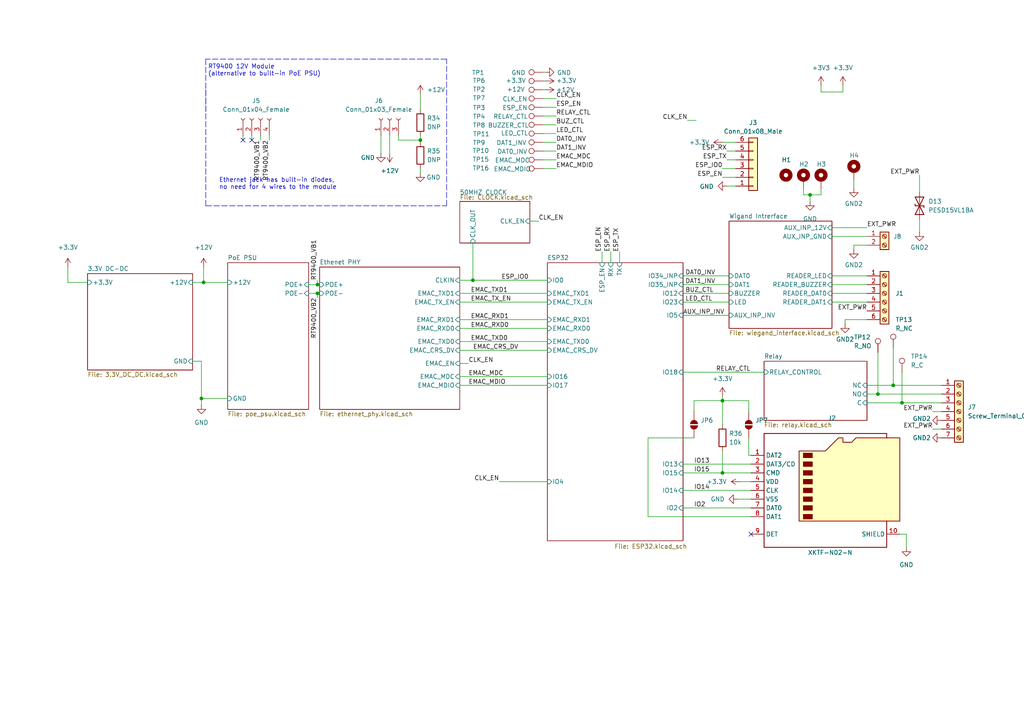
<source format=kicad_sch>
(kicad_sch (version 20250114) (generator "eeschema") (generator_version "9.0")
  (paper "A4")
  (lib_symbols
    (symbol "+12V_1" (power) (pin_names (offset 0))
      (property "Value" "+12V_1" (at 0 3.556 0))
      (symbol "+12V_1_0_1"
        (polyline (pts (xy -0.762 1.27) (xy 0 2.54)))
        (polyline (pts (xy 0 2.54) (xy 0.762 1.27)))
        (polyline (pts (xy 0 0) (xy 0 2.54)))
      )
      (symbol "+12V_1_1_1"
        (pin power_in line (at 0 0 90) (length 0) (hide yes) (name "+12V") (number "1"))
      )
    )
    (symbol "+3.3V_1" (power) (pin_names (offset 0))
      (property "Value" "+3.3V_1" (at 0 3.556 0))
      (symbol "+3.3V_1_0_1"
        (polyline (pts (xy -0.762 1.27) (xy 0 2.54)))
        (polyline (pts (xy 0 2.54) (xy 0.762 1.27)))
        (polyline (pts (xy 0 0) (xy 0 2.54)))
      )
      (symbol "+3.3V_1_1_1"
        (pin power_in line (at 0 0 90) (length 0) (hide yes) (name "+3.3V") (number "1"))
      )
    )
    (symbol "Connector:Conn_01x03_Female" (pin_names (offset 1.016) (hide yes))
      (property "Reference" "J" (at 0 5.08 0))
      (property "Value" "Conn_01x03_Female" (at 0 -5.08 0))
      (symbol "Conn_01x03_Female_1_1"
        (polyline (pts (xy -1.27 2.54) (xy -0.508 2.54)) (stroke (width 0.1524)))
        (polyline (pts (xy -1.27 0) (xy -0.508 0)) (stroke (width 0.1524)))
        (polyline (pts (xy -1.27 -2.54) (xy -0.508 -2.54)) (stroke (width 0.1524)))
        (arc (start 0 2.032) (mid -0.5058 2.54) (end 0 3.048) (stroke (width 0.1524)))
        (arc (start 0 -0.508) (mid -0.5058 0) (end 0 0.508) (stroke (width 0.1524)))
        (arc (start 0 -3.048) (mid -0.5058 -2.54) (end 0 -2.032) (stroke (width 0.1524)))
        (pin passive line (at -5.08 2.54 0) (length 3.81) (name "Pin_1") (number "1"))
        (pin passive line (at -5.08 0 0) (length 3.81) (name "Pin_2") (number "2"))
        (pin passive line (at -5.08 -2.54 0) (length 3.81) (name "Pin_3") (number "3"))
      )
    )
    (symbol "Connector:Conn_01x04_Female" (pin_names (offset 1.016) (hide yes))
      (property "Reference" "J" (at 0 5.08 0))
      (property "Value" "Conn_01x04_Female" (at 0 -7.62 0))
      (symbol "Conn_01x04_Female_1_1"
        (polyline (pts (xy -1.27 2.54) (xy -0.508 2.54)) (stroke (width 0.1524)))
        (polyline (pts (xy -1.27 0) (xy -0.508 0)) (stroke (width 0.1524)))
        (polyline (pts (xy -1.27 -2.54) (xy -0.508 -2.54)) (stroke (width 0.1524)))
        (polyline (pts (xy -1.27 -5.08) (xy -0.508 -5.08)) (stroke (width 0.1524)))
        (arc (start 0 2.032) (mid -0.5058 2.54) (end 0 3.048) (stroke (width 0.1524)))
        (arc (start 0 -0.508) (mid -0.5058 0) (end 0 0.508) (stroke (width 0.1524)))
        (arc (start 0 -3.048) (mid -0.5058 -2.54) (end 0 -2.032) (stroke (width 0.1524)))
        (arc (start 0 -5.588) (mid -0.5058 -5.08) (end 0 -4.572) (stroke (width 0.1524)))
        (pin passive line (at -5.08 2.54 0) (length 3.81) (name "Pin_1") (number "1"))
        (pin passive line (at -5.08 0 0) (length 3.81) (name "Pin_2") (number "2"))
        (pin passive line (at -5.08 -2.54 0) (length 3.81) (name "Pin_3") (number "3"))
        (pin passive line (at -5.08 -5.08 0) (length 3.81) (name "Pin_4") (number "4"))
      )
    )
    (symbol "Connector:Micro_SD_Card_Det1"
      (property "Reference" "J" (at -16.51 17.78 0))
      (property "Value" "Micro_SD_Card_Det1" (at 16.51 17.78 0))
      (symbol "Micro_SD_Card_Det1_0_1"
        (polyline (pts (xy -8.89 -8.89) (xy -8.89 11.43) (xy -1.27 11.43) (xy 2.54 15.24) (xy 3.81 15.24) (xy 3.81 13.97) (xy 6.35 13.97) (xy 7.62 15.24) (xy 20.32 15.24) (xy 20.32 -8.89) (xy -8.89 -8.89)) (stroke (width 0.254)) (fill (type background)))
        (rectangle (start -7.62 10.795) (end -5.08 9.525) (stroke (width 0.254)) (fill (type outline)))
        (rectangle (start -7.62 8.255) (end -5.08 6.985) (stroke (width 0.254)) (fill (type outline)))
        (rectangle (start -7.62 5.715) (end -5.08 4.445) (stroke (width 0.254)) (fill (type outline)))
        (rectangle (start -7.62 3.175) (end -5.08 1.905) (stroke (width 0.254)) (fill (type outline)))
        (rectangle (start -7.62 0.635) (end -5.08 -0.635) (stroke (width 0.254)) (fill (type outline)))
        (rectangle (start -7.62 -1.905) (end -5.08 -3.175) (stroke (width 0.254)) (fill (type outline)))
        (rectangle (start -7.62 -4.445) (end -5.08 -5.715) (stroke (width 0.254)) (fill (type outline)))
        (rectangle (start -7.62 -6.985) (end -5.08 -8.255) (stroke (width 0.254)) (fill (type outline)))
        (polyline (pts (xy 16.51 15.24) (xy 16.51 16.51) (xy -19.05 16.51) (xy -19.05 -16.51) (xy 16.51 -16.51) (xy 16.51 -8.89)) (stroke (width 0.254)))
      )
      (symbol "Micro_SD_Card_Det1_1_1"
        (pin bidirectional line (at -22.86 10.16 0) (length 3.81) (name "DAT2") (number "1"))
        (pin bidirectional line (at -22.86 7.62 0) (length 3.81) (name "DAT3/CD") (number "2"))
        (pin input line (at -22.86 5.08 0) (length 3.81) (name "CMD") (number "3"))
        (pin power_in line (at -22.86 2.54 0) (length 3.81) (name "VDD") (number "4"))
        (pin input line (at -22.86 0 0) (length 3.81) (name "CLK") (number "5"))
        (pin power_in line (at -22.86 -2.54 0) (length 3.81) (name "VSS") (number "6"))
        (pin bidirectional line (at -22.86 -5.08 0) (length 3.81) (name "DAT0") (number "7"))
        (pin bidirectional line (at -22.86 -7.62 0) (length 3.81) (name "DAT1") (number "8"))
        (pin passive line (at -22.86 -12.7 0) (length 3.81) (name "DET") (number "9"))
        (pin passive line (at 20.32 -12.7 180) (length 3.81) (name "SHIELD") (number "10"))
      )
    )
    (symbol "Connector:Screw_Terminal_01x02" (pin_names (offset 1.016) (hide yes))
      (property "Reference" "J" (at 0 2.54 0))
      (property "Value" "Screw_Terminal_01x02" (at 0 -5.08 0))
      (symbol "Screw_Terminal_01x02_1_1"
        (rectangle (start -1.27 1.27) (end 1.27 -3.81) (stroke (width 0.254)) (fill (type background)))
        (polyline (pts (xy -0.5334 0.3302) (xy 0.3302 -0.508)) (stroke (width 0.1524)))
        (polyline (pts (xy -0.5334 -2.2098) (xy 0.3302 -3.048)) (stroke (width 0.1524)))
        (polyline (pts (xy -0.3556 0.508) (xy 0.508 -0.3302)) (stroke (width 0.1524)))
        (polyline (pts (xy -0.3556 -2.032) (xy 0.508 -2.8702)) (stroke (width 0.1524)))
        (circle (center 0 0) (radius 0.635) (stroke (width 0.1524)))
        (circle (center 0 -2.54) (radius 0.635) (stroke (width 0.1524)))
        (pin passive line (at -5.08 0 0) (length 3.81) (name "Pin_1") (number "1"))
        (pin passive line (at -5.08 -2.54 0) (length 3.81) (name "Pin_2") (number "2"))
      )
    )
    (symbol "Connector:Screw_Terminal_01x06" (pin_names (offset 1.016) (hide yes))
      (property "Reference" "J" (at 0 7.62 0))
      (property "Value" "Screw_Terminal_01x06" (at 0 -10.16 0))
      (symbol "Screw_Terminal_01x06_1_1"
        (rectangle (start -1.27 6.35) (end 1.27 -8.89) (stroke (width 0.254)) (fill (type background)))
        (polyline (pts (xy -0.5334 5.4102) (xy 0.3302 4.572)) (stroke (width 0.1524)))
        (polyline (pts (xy -0.5334 2.8702) (xy 0.3302 2.032)) (stroke (width 0.1524)))
        (polyline (pts (xy -0.5334 0.3302) (xy 0.3302 -0.508)) (stroke (width 0.1524)))
        (polyline (pts (xy -0.5334 -2.2098) (xy 0.3302 -3.048)) (stroke (width 0.1524)))
        (polyline (pts (xy -0.5334 -4.7498) (xy 0.3302 -5.588)) (stroke (width 0.1524)))
        (polyline (pts (xy -0.5334 -7.2898) (xy 0.3302 -8.128)) (stroke (width 0.1524)))
        (polyline (pts (xy -0.3556 5.588) (xy 0.508 4.7498)) (stroke (width 0.1524)))
        (polyline (pts (xy -0.3556 3.048) (xy 0.508 2.2098)) (stroke (width 0.1524)))
        (polyline (pts (xy -0.3556 0.508) (xy 0.508 -0.3302)) (stroke (width 0.1524)))
        (polyline (pts (xy -0.3556 -2.032) (xy 0.508 -2.8702)) (stroke (width 0.1524)))
        (polyline (pts (xy -0.3556 -4.572) (xy 0.508 -5.4102)) (stroke (width 0.1524)))
        (polyline (pts (xy -0.3556 -7.112) (xy 0.508 -7.9502)) (stroke (width 0.1524)))
        (circle (center 0 5.08) (radius 0.635) (stroke (width 0.1524)))
        (circle (center 0 2.54) (radius 0.635) (stroke (width 0.1524)))
        (circle (center 0 0) (radius 0.635) (stroke (width 0.1524)))
        (circle (center 0 -2.54) (radius 0.635) (stroke (width 0.1524)))
        (circle (center 0 -5.08) (radius 0.635) (stroke (width 0.1524)))
        (circle (center 0 -7.62) (radius 0.635) (stroke (width 0.1524)))
        (pin passive line (at -5.08 5.08 0) (length 3.81) (name "Pin_1") (number "1"))
        (pin passive line (at -5.08 2.54 0) (length 3.81) (name "Pin_2") (number "2"))
        (pin passive line (at -5.08 0 0) (length 3.81) (name "Pin_3") (number "3"))
        (pin passive line (at -5.08 -2.54 0) (length 3.81) (name "Pin_4") (number "4"))
        (pin passive line (at -5.08 -5.08 0) (length 3.81) (name "Pin_5") (number "5"))
        (pin passive line (at -5.08 -7.62 0) (length 3.81) (name "Pin_6") (number "6"))
      )
    )
    (symbol "Connector:Screw_Terminal_01x07" (pin_names (offset 1.016) (hide yes))
      (property "Reference" "J" (at 0 10.16 0))
      (property "Value" "Screw_Terminal_01x07" (at 0 -10.16 0))
      (symbol "Screw_Terminal_01x07_1_1"
        (rectangle (start -1.27 8.89) (end 1.27 -8.89) (stroke (width 0.254)) (fill (type background)))
        (polyline (pts (xy -0.5334 7.9502) (xy 0.3302 7.112)) (stroke (width 0.1524)))
        (polyline (pts (xy -0.5334 5.4102) (xy 0.3302 4.572)) (stroke (width 0.1524)))
        (polyline (pts (xy -0.5334 2.8702) (xy 0.3302 2.032)) (stroke (width 0.1524)))
        (polyline (pts (xy -0.5334 0.3302) (xy 0.3302 -0.508)) (stroke (width 0.1524)))
        (polyline (pts (xy -0.5334 -2.2098) (xy 0.3302 -3.048)) (stroke (width 0.1524)))
        (polyline (pts (xy -0.5334 -4.7498) (xy 0.3302 -5.588)) (stroke (width 0.1524)))
        (polyline (pts (xy -0.5334 -7.2898) (xy 0.3302 -8.128)) (stroke (width 0.1524)))
        (polyline (pts (xy -0.3556 8.128) (xy 0.508 7.2898)) (stroke (width 0.1524)))
        (polyline (pts (xy -0.3556 5.588) (xy 0.508 4.7498)) (stroke (width 0.1524)))
        (polyline (pts (xy -0.3556 3.048) (xy 0.508 2.2098)) (stroke (width 0.1524)))
        (polyline (pts (xy -0.3556 0.508) (xy 0.508 -0.3302)) (stroke (width 0.1524)))
        (polyline (pts (xy -0.3556 -2.032) (xy 0.508 -2.8702)) (stroke (width 0.1524)))
        (polyline (pts (xy -0.3556 -4.572) (xy 0.508 -5.4102)) (stroke (width 0.1524)))
        (polyline (pts (xy -0.3556 -7.112) (xy 0.508 -7.9502)) (stroke (width 0.1524)))
        (circle (center 0 7.62) (radius 0.635) (stroke (width 0.1524)))
        (circle (center 0 5.08) (radius 0.635) (stroke (width 0.1524)))
        (circle (center 0 2.54) (radius 0.635) (stroke (width 0.1524)))
        (circle (center 0 0) (radius 0.635) (stroke (width 0.1524)))
        (circle (center 0 -2.54) (radius 0.635) (stroke (width 0.1524)))
        (circle (center 0 -5.08) (radius 0.635) (stroke (width 0.1524)))
        (circle (center 0 -7.62) (radius 0.635) (stroke (width 0.1524)))
        (pin passive line (at -5.08 7.62 0) (length 3.81) (name "Pin_1") (number "1"))
        (pin passive line (at -5.08 5.08 0) (length 3.81) (name "Pin_2") (number "2"))
        (pin passive line (at -5.08 2.54 0) (length 3.81) (name "Pin_3") (number "3"))
        (pin passive line (at -5.08 0 0) (length 3.81) (name "Pin_4") (number "4"))
        (pin passive line (at -5.08 -2.54 0) (length 3.81) (name "Pin_5") (number "5"))
        (pin passive line (at -5.08 -5.08 0) (length 3.81) (name "Pin_6") (number "6"))
        (pin passive line (at -5.08 -7.62 0) (length 3.81) (name "Pin_7") (number "7"))
      )
    )
    (symbol "Connector:TestPoint" (pin_numbers (hide yes)) (pin_names (offset 0.762) (hide yes))
      (property "Reference" "TP" (at 0 6.858 0))
      (property "Value" "TestPoint" (at 0 5.08 0))
      (symbol "TestPoint_0_1"
        (circle (center 0 3.302) (radius 0.762))
      )
      (symbol "TestPoint_1_1"
        (pin passive line (at 0 0 90) (length 2.54) (name "1") (number "1"))
      )
    )
    (symbol "Connector_Generic:Conn_01x06" (pin_names (offset 1.016) (hide yes))
      (property "Reference" "J" (at 0 7.62 0))
      (property "Value" "Conn_01x06" (at 0 -10.16 0))
      (symbol "Conn_01x06_1_1"
        (rectangle (start -1.27 6.35) (end 1.27 -8.89) (stroke (width 0.254)) (fill (type background)))
        (rectangle (start -1.27 5.207) (end 0 4.953) (stroke (width 0.1524)))
        (rectangle (start -1.27 2.667) (end 0 2.413) (stroke (width 0.1524)))
        (rectangle (start -1.27 0.127) (end 0 -0.127) (stroke (width 0.1524)))
        (rectangle (start -1.27 -2.413) (end 0 -2.667) (stroke (width 0.1524)))
        (rectangle (start -1.27 -4.953) (end 0 -5.207) (stroke (width 0.1524)))
        (rectangle (start -1.27 -7.493) (end 0 -7.747) (stroke (width 0.1524)))
        (pin passive line (at -5.08 5.08 0) (length 3.81) (name "Pin_1") (number "1"))
        (pin passive line (at -5.08 2.54 0) (length 3.81) (name "Pin_2") (number "2"))
        (pin passive line (at -5.08 0 0) (length 3.81) (name "Pin_3") (number "3"))
        (pin passive line (at -5.08 -2.54 0) (length 3.81) (name "Pin_4") (number "4"))
        (pin passive line (at -5.08 -5.08 0) (length 3.81) (name "Pin_5") (number "5"))
        (pin passive line (at -5.08 -7.62 0) (length 3.81) (name "Pin_6") (number "6"))
      )
    )
    (symbol "Device:D_TVS" (pin_numbers (hide yes)) (pin_names (offset 1.016) (hide yes))
      (property "Reference" "D" (at 0 2.54 0))
      (property "Value" "D_TVS" (at 0 -2.54 0))
      (symbol "D_TVS_0_1"
        (polyline (pts (xy -2.54 1.27) (xy -2.54 -1.27) (xy 2.54 1.27) (xy 2.54 -1.27) (xy -2.54 1.27)) (stroke (width 0.254)))
        (polyline (pts (xy 0.508 1.27) (xy 0 1.27) (xy 0 -1.27) (xy -0.508 -1.27)) (stroke (width 0.254)))
        (polyline (pts (xy 1.27 0) (xy -1.27 0)))
      )
      (symbol "D_TVS_1_1"
        (pin passive line (at -3.81 0 0) (length 2.54) (name "A1") (number "1"))
        (pin passive line (at 3.81 0 180) (length 2.54) (name "A2") (number "2"))
      )
    )
    (symbol "Device:R" (pin_numbers (hide yes)) (pin_names (offset 0))
      (property "Reference" "R" (at 2.032 0 90))
      (property "Value" "R" (at 0 0 90))
      (symbol "R_0_1"
        (rectangle (start -1.016 -2.54) (end 1.016 2.54) (stroke (width 0.254)))
      )
      (symbol "R_1_1"
        (pin passive line (at 0 3.81 270) (length 1.27) (name "~") (number "1"))
        (pin passive line (at 0 -3.81 90) (length 1.27) (name "~") (number "2"))
      )
    )
    (symbol "GND_1" (power) (pin_names (offset 0))
      (property "Value" "GND_1" (at 0 -3.81 0))
      (symbol "GND_1_0_1"
        (polyline (pts (xy 0 0) (xy 0 -1.27) (xy 1.27 -1.27) (xy 0 -2.54) (xy -1.27 -1.27) (xy 0 -1.27)))
      )
      (symbol "GND_1_1_1"
        (pin power_in line (at 0 0 270) (length 0) (hide yes) (name "GND") (number "1"))
      )
    )
    (symbol "GND_2" (power) (pin_names (offset 0))
      (property "Value" "GND_2" (at 0 -3.81 0))
      (symbol "GND_2_0_1"
        (polyline (pts (xy 0 0) (xy 0 -1.27) (xy 1.27 -1.27) (xy 0 -2.54) (xy -1.27 -1.27) (xy 0 -1.27)))
      )
      (symbol "GND_2_1_1"
        (pin power_in line (at 0 0 270) (length 0) (hide yes) (name "GND") (number "1"))
      )
    )
    (symbol "Mechanical:MountingHole" (pin_names (offset 1.016)) (exclude_from_sim yes) (in_bom no)
      (property "Reference" "H" (at 0 5.08 0))
      (property "Value" "MountingHole" (at 0 3.175 0))
      (symbol "MountingHole_0_1"
        (circle (center 0 0) (radius 1.27) (stroke (width 1.27)))
      )
    )
    (symbol "Mechanical:MountingHole_Pad" (pin_numbers (hide yes)) (pin_names (offset 1.016) (hide yes))
      (property "Reference" "H" (at 0 6.35 0))
      (property "Value" "MountingHole_Pad" (at 0 4.445 0))
      (symbol "MountingHole_Pad_0_1"
        (circle (center 0 1.27) (radius 1.27) (stroke (width 1.27)))
      )
      (symbol "MountingHole_Pad_1_1"
        (pin input line (at 0 -2.54 90) (length 2.54) (name "1") (number "1"))
      )
    )
    (symbol "SolderJumper_2_Open_1" (pin_numbers (hide yes)) (pin_names (offset 0) (hide yes)) (exclude_from_sim yes) (in_bom no)
      (property "Reference" "JP" (at 0 2.032 0))
      (property "Value" "SolderJumper_2_Open" (at 0 -2.54 0))
      (symbol "SolderJumper_2_Open_1_0_1"
        (polyline (pts (xy -0.254 1.016) (xy -0.254 -1.016)))
        (arc (start -0.254 -1.016) (mid -1.2656 0) (end -0.254 1.016))
        (arc (start -0.254 -1.016) (mid -1.2656 0) (end -0.254 1.016) (fill (type outline)))
        (arc (start 0.254 1.016) (mid 1.2656 0) (end 0.254 -1.016))
        (arc (start 0.254 1.016) (mid 1.2656 0) (end 0.254 -1.016) (fill (type outline)))
        (polyline (pts (xy 0.254 1.016) (xy 0.254 -1.016)))
      )
      (symbol "SolderJumper_2_Open_1_1_1"
        (pin passive line (at -3.81 0 0) (length 2.54) (name "A") (number "1"))
        (pin passive line (at 3.81 0 180) (length 2.54) (name "B") (number "2"))
      )
    )
    (symbol "power:+12V" (power) (pin_names (offset 0))
      (property "Value" "+12V" (at 0 3.556 0))
      (symbol "+12V_0_1"
        (polyline (pts (xy -0.762 1.27) (xy 0 2.54)))
        (polyline (pts (xy 0 2.54) (xy 0.762 1.27)))
        (polyline (pts (xy 0 0) (xy 0 2.54)))
      )
      (symbol "+12V_1_1"
        (pin power_in line (at 0 0 90) (length 0) (hide yes) (name "+12V") (number "1"))
      )
    )
    (symbol "power:+3.3V" (power) (pin_names (offset 0))
      (property "Value" "+3.3V" (at 0 3.556 0))
      (symbol "+3.3V_0_1"
        (polyline (pts (xy -0.762 1.27) (xy 0 2.54)))
        (polyline (pts (xy 0 2.54) (xy 0.762 1.27)))
        (polyline (pts (xy 0 0) (xy 0 2.54)))
      )
      (symbol "+3.3V_1_1"
        (pin power_in line (at 0 0 90) (length 0) (hide yes) (name "+3.3V") (number "1"))
      )
    )
    (symbol "power:+3V3" (power) (pin_names (offset 0))
      (property "Value" "+3V3" (at 0 3.556 0))
      (symbol "+3V3_0_1"
        (polyline (pts (xy -0.762 1.27) (xy 0 2.54)))
        (polyline (pts (xy 0 2.54) (xy 0.762 1.27)))
        (polyline (pts (xy 0 0) (xy 0 2.54)))
      )
      (symbol "+3V3_1_1"
        (pin power_in line (at 0 0 90) (length 0) (hide yes) (name "+3V3") (number "1"))
      )
    )
    (symbol "power:GND" (power) (pin_names (offset 0))
      (property "Value" "GND" (at 0 -3.81 0))
      (symbol "GND_0_1"
        (polyline (pts (xy 0 0) (xy 0 -1.27) (xy 1.27 -1.27) (xy 0 -2.54) (xy -1.27 -1.27) (xy 0 -1.27)))
      )
      (symbol "GND_1_1"
        (pin power_in line (at 0 0 270) (length 0) (hide yes) (name "GND") (number "1"))
      )
    )
    (symbol "power:GND2" (power) (pin_numbers (hide yes)) (pin_names (offset 0) (hide yes))
      (property "Value" "GND2" (at 0 -3.81 0))
      (symbol "GND2_0_1"
        (polyline (pts (xy 0 0) (xy 0 -1.27) (xy 1.27 -1.27) (xy 0 -2.54) (xy -1.27 -1.27) (xy 0 -1.27)))
      )
      (symbol "GND2_1_1"
        (pin power_in line (at 0 0 270) (length 0) (name "~") (number "1"))
      )
    )
  )
  (text "RT9400 12V Module\n(alternative to built-in PoE PSU)" (at 60.325 22.225 0) (effects (font (size 1.27 1.27)) (justify left bottom)))
  (text "Ethernet jack has built-in diodes,\nno need for 4 wires to the module" (at 63.5 55.118 0) (effects (font (size 1.27 1.27)) (justify left bottom)))
  (junction (at 137.16 81.28))
  (junction (at 58.42 115.57))
  (junction (at 254.635 114.3))
  (junction (at 121.92 40.64))
  (junction (at 209.55 116.205))
  (junction (at 92.075 85.09))
  (junction (at 234.95 56.515))
  (junction (at 92.075 82.55))
  (junction (at 259.08 111.76))
  (junction (at 261.62 116.84))
  (junction (at 59.055 81.915))
  (junction (at 209.55 137.16))
  (no_connect (at 217.805 154.94))
  (no_connect (at 73.025 40.64))
  (no_connect (at 70.485 40.64))
  (wire (pts (xy 234.95 58.42) (xy 234.95 56.515)))
  (wire (pts (xy 198.12 91.44) (xy 211.455 91.44)))
  (wire (pts (xy 73.025 39.37) (xy 73.025 40.64)))
  (wire (pts (xy 251.46 111.76) (xy 259.08 111.76)))
  (wire (pts (xy 238.125 26.67) (xy 244.475 26.67)))
  (polyline (pts (xy 129.54 59.69) (xy 129.54 17.145)) (stroke (width 0) (type dash)))
  (wire (pts (xy 234.95 56.515) (xy 233.045 56.515)))
  (wire (pts (xy 121.92 48.895) (xy 121.92 50.165)))
  (wire (pts (xy 266.7 63.5) (xy 266.7 67.31)))
  (wire (pts (xy 157.48 36.195) (xy 161.29 36.195)))
  (wire (pts (xy 157.48 31.115) (xy 161.29 31.115)))
  (wire (pts (xy 213.995 144.78) (xy 217.805 144.78)))
  (wire (pts (xy 133.35 92.71) (xy 158.75 92.71)))
  (wire (pts (xy 92.075 85.09) (xy 92.075 86.36)))
  (wire (pts (xy 174.625 73.025) (xy 174.625 76.2)))
  (wire (pts (xy 89.535 85.09) (xy 92.075 85.09)))
  (wire (pts (xy 58.42 115.57) (xy 58.42 117.475)))
  (wire (pts (xy 238.125 24.765) (xy 238.125 26.67)))
  (wire (pts (xy 217.17 116.205) (xy 217.17 119.38)))
  (wire (pts (xy 121.92 27.305) (xy 121.92 31.75)))
  (wire (pts (xy 238.125 54.61) (xy 238.125 56.515)))
  (wire (pts (xy 157.48 48.895) (xy 161.29 48.895)))
  (wire (pts (xy 241.3 82.55) (xy 251.46 82.55)))
  (wire (pts (xy 214.63 139.7) (xy 217.805 139.7)))
  (wire (pts (xy 266.7 50.8) (xy 266.7 55.88)))
  (wire (pts (xy 209.55 51.435) (xy 213.36 51.435)))
  (polyline (pts (xy 129.54 17.145) (xy 59.69 17.145)) (stroke (width 0) (type dash)))
  (wire (pts (xy 144.78 139.7) (xy 158.75 139.7)))
  (wire (pts (xy 179.705 73.025) (xy 179.705 76.2)))
  (wire (pts (xy 241.3 87.63) (xy 251.46 87.63)))
  (wire (pts (xy 198.12 137.16) (xy 209.55 137.16)))
  (wire (pts (xy 241.3 68.58) (xy 251.46 68.58)))
  (wire (pts (xy 233.045 54.61) (xy 233.045 56.515)))
  (wire (pts (xy 259.08 111.76) (xy 273.05 111.76)))
  (wire (pts (xy 187.96 149.86) (xy 217.805 149.86)))
  (wire (pts (xy 59.055 81.915) (xy 66.04 81.915)))
  (wire (pts (xy 157.48 33.655) (xy 161.29 33.655)))
  (wire (pts (xy 210.82 43.815) (xy 213.36 43.815)))
  (wire (pts (xy 199.39 34.925) (xy 201.93 34.925)))
  (wire (pts (xy 133.35 111.76) (xy 158.75 111.76)))
  (wire (pts (xy 209.55 41.275) (xy 213.36 41.275)))
  (wire (pts (xy 198.12 85.09) (xy 211.455 85.09)))
  (wire (pts (xy 115.57 40.64) (xy 115.57 39.37)))
  (wire (pts (xy 245.11 92.71) (xy 251.46 92.71)))
  (wire (pts (xy 59.055 77.47) (xy 59.055 81.915)))
  (polyline (pts (xy 59.69 59.69) (xy 129.54 59.69)) (stroke (width 0) (type dash)))
  (wire (pts (xy 234.95 56.515) (xy 238.125 56.515)))
  (wire (pts (xy 201.295 116.205) (xy 209.55 116.205)))
  (wire (pts (xy 247.65 52.07) (xy 247.65 54.61)))
  (wire (pts (xy 92.075 85.09) (xy 92.71 85.09)))
  (wire (pts (xy 262.89 154.94) (xy 260.985 154.94)))
  (wire (pts (xy 209.55 48.895) (xy 213.36 48.895)))
  (wire (pts (xy 245.11 93.98) (xy 245.11 92.71)))
  (wire (pts (xy 259.08 100.965) (xy 259.08 111.76)))
  (wire (pts (xy 92.075 82.55) (xy 92.71 82.55)))
  (wire (pts (xy 121.92 39.37) (xy 121.92 40.64)))
  (wire (pts (xy 121.92 40.64) (xy 115.57 40.64)))
  (wire (pts (xy 210.82 53.975) (xy 213.36 53.975)))
  (wire (pts (xy 158.115 26.035) (xy 157.48 26.035)))
  (polyline (pts (xy 59.69 26.035) (xy 59.69 59.69)) (stroke (width 0) (type dash)))
  (wire (pts (xy 133.35 85.09) (xy 158.75 85.09)))
  (wire (pts (xy 198.12 80.01) (xy 211.455 80.01)))
  (wire (pts (xy 78.105 39.37) (xy 78.105 40.64)))
  (wire (pts (xy 133.35 109.22) (xy 158.75 109.22)))
  (wire (pts (xy 133.35 95.25) (xy 158.75 95.25)))
  (wire (pts (xy 251.46 114.3) (xy 254.635 114.3)))
  (wire (pts (xy 70.485 39.37) (xy 70.485 40.64)))
  (wire (pts (xy 247.65 72.39) (xy 247.65 71.12)))
  (wire (pts (xy 113.03 39.37) (xy 113.03 44.45)))
  (wire (pts (xy 19.685 77.47) (xy 19.685 81.915)))
  (wire (pts (xy 157.48 46.355) (xy 161.29 46.355)))
  (wire (pts (xy 209.55 116.205) (xy 209.55 123.19)))
  (wire (pts (xy 75.565 39.37) (xy 75.565 40.64)))
  (wire (pts (xy 254.635 114.3) (xy 273.05 114.3)))
  (wire (pts (xy 198.12 134.62) (xy 217.805 134.62)))
  (wire (pts (xy 201.295 119.38) (xy 201.295 116.205)))
  (wire (pts (xy 133.35 81.28) (xy 137.16 81.28)))
  (wire (pts (xy 261.62 116.84) (xy 273.05 116.84)))
  (wire (pts (xy 209.55 116.205) (xy 217.17 116.205)))
  (wire (pts (xy 201.295 127) (xy 187.96 127)))
  (wire (pts (xy 198.12 87.63) (xy 211.455 87.63)))
  (wire (pts (xy 241.3 85.09) (xy 251.46 85.09)))
  (wire (pts (xy 210.82 46.355) (xy 213.36 46.355)))
  (wire (pts (xy 209.55 137.16) (xy 217.805 137.16)))
  (wire (pts (xy 133.35 105.41) (xy 135.89 105.41)))
  (wire (pts (xy 110.49 39.37) (xy 110.49 44.45)))
  (wire (pts (xy 92.075 81.28) (xy 92.075 82.55)))
  (wire (pts (xy 209.55 130.81) (xy 209.55 137.16)))
  (wire (pts (xy 209.55 114.935) (xy 209.55 116.205)))
  (wire (pts (xy 137.16 70.485) (xy 137.16 81.28)))
  (wire (pts (xy 262.89 158.75) (xy 262.89 154.94)))
  (wire (pts (xy 137.16 81.28) (xy 158.75 81.28)))
  (wire (pts (xy 133.35 87.63) (xy 158.75 87.63)))
  (wire (pts (xy 133.35 101.6) (xy 158.75 101.6)))
  (wire (pts (xy 270.51 124.46) (xy 273.05 124.46)))
  (wire (pts (xy 254.635 102.235) (xy 254.635 114.3)))
  (wire (pts (xy 217.17 132.08) (xy 217.805 132.08)))
  (wire (pts (xy 55.88 104.775) (xy 58.42 104.775)))
  (wire (pts (xy 217.17 127) (xy 217.17 132.08)))
  (wire (pts (xy 55.88 81.915) (xy 59.055 81.915)))
  (wire (pts (xy 157.48 41.275) (xy 161.29 41.275)))
  (wire (pts (xy 187.96 127) (xy 187.96 149.86)))
  (wire (pts (xy 198.12 107.95) (xy 221.615 107.95)))
  (wire (pts (xy 157.48 38.735) (xy 161.29 38.735)))
  (wire (pts (xy 244.475 26.67) (xy 244.475 24.765)))
  (wire (pts (xy 153.67 64.135) (xy 156.21 64.135)))
  (wire (pts (xy 158.115 23.495) (xy 157.48 23.495)))
  (polyline (pts (xy 59.69 17.145) (xy 59.69 32.385)) (stroke (width 0) (type dash)))
  (wire (pts (xy 133.35 99.06) (xy 158.75 99.06)))
  (wire (pts (xy 241.3 66.04) (xy 251.46 66.04)))
  (wire (pts (xy 251.46 116.84) (xy 261.62 116.84)))
  (wire (pts (xy 241.3 80.01) (xy 251.46 80.01)))
  (wire (pts (xy 198.12 82.55) (xy 211.455 82.55)))
  (wire (pts (xy 270.51 119.38) (xy 273.05 119.38)))
  (wire (pts (xy 157.48 28.575) (xy 161.29 28.575)))
  (wire (pts (xy 198.12 142.24) (xy 217.805 142.24)))
  (wire (pts (xy 157.48 20.955) (xy 158.115 20.955)))
  (wire (pts (xy 177.165 73.025) (xy 177.165 76.2)))
  (wire (pts (xy 247.65 71.12) (xy 251.46 71.12)))
  (wire (pts (xy 121.92 40.64) (xy 121.92 41.275)))
  (wire (pts (xy 19.685 81.915) (xy 25.4 81.915)))
  (wire (pts (xy 89.535 82.55) (xy 92.075 82.55)))
  (wire (pts (xy 198.12 147.32) (xy 217.805 147.32)))
  (wire (pts (xy 261.62 107.95) (xy 261.62 116.84)))
  (wire (pts (xy 58.42 115.57) (xy 66.04 115.57)))
  (wire (pts (xy 58.42 104.775) (xy 58.42 115.57)))
  (wire (pts (xy 157.48 43.815) (xy 161.29 43.815)))
  (label "RELAY_CTL" (at 207.645 107.95 0))
  (label "ESP_IO0" (at 209.55 48.895 180))
  (label "IO14" (at 201.295 142.24 0))
  (label "IO2" (at 201.295 147.32 0))
  (label "RT9400_VB2" (at 92.075 86.36 270))
  (label "CLK_EN" (at 199.39 34.925 180))
  (label "ESP_TX" (at 210.82 46.355 180))
  (label "EMAC_MDIO" (at 135.89 111.76 0))
  (label "EXT_PWR" (at 266.7 50.8 180))
  (label "CLK_EN" (at 135.89 105.41 0))
  (label "DAT0_INV" (at 161.29 41.275 0))
  (label "EXT_PWR" (at 270.51 124.46 180))
  (label "EXT_PWR" (at 251.46 90.17 180))
  (label "LED_CTL" (at 198.755 87.63 0))
  (label "AUX_INP_INV" (at 198.12 91.44 0))
  (label "EMAC_MDC" (at 161.29 46.355 0))
  (label "RT9400_VB1" (at 92.075 81.28 90))
  (label "CLK_EN" (at 161.29 28.575 0))
  (label "ESP_EN" (at 209.55 51.435 180))
  (label "EMAC_TXD1" (at 136.525 85.09 0))
  (label "IO13" (at 201.295 134.62 0))
  (label "RT9400_VB2" (at 78.105 40.64 270))
  (label "CLK_EN" (at 144.78 139.7 180))
  (label "ESP_IO0" (at 145.415 81.28 0))
  (label "EMAC_TXD0" (at 136.525 99.06 0))
  (label "EMAC_RXD1" (at 136.525 92.71 0))
  (label "DAT1_INV" (at 161.29 43.815 0))
  (label "RELAY_CTL" (at 161.29 33.655 0))
  (label "EMAC_RXD0" (at 136.525 95.25 0))
  (label "ESP_EN" (at 161.29 31.115 0))
  (label "DAT1_INV" (at 198.755 82.55 0))
  (label "LED_CTL" (at 161.29 38.735 0))
  (label "DAT0_INV" (at 198.755 80.01 0))
  (label "EMAC_TX_EN" (at 136.525 87.63 0))
  (label "CLK_EN" (at 156.21 64.135 0))
  (label "BUZ_CTL" (at 161.29 36.195 0))
  (label "EXT_PWR" (at 251.46 66.04 0))
  (label "BUZ_CTL" (at 198.755 85.09 0))
  (label "ESP_RX" (at 177.165 73.025 90))
  (label "ESP_TX" (at 179.705 73.025 90))
  (label "EMAC_CRS_DV" (at 137.16 101.6 0))
  (label "IO15" (at 201.295 137.16 0))
  (label "EMAC_MDC" (at 135.89 109.22 0))
  (label "ESP_RX" (at 210.82 43.815 180))
  (label "RT9400_VB1" (at 75.565 40.64 270))
  (label "EXT_PWR" (at 270.51 119.38 180))
  (label "EMAC_MDIO" (at 161.29 48.895 0))
  (label "ESP_EN" (at 174.625 73.025 90))
  (symbol (lib_id "power:GND") (at 262.89 158.75 0) (unit 1)
    (property "Reference" "#PWR076" (effects (hide yes)))
    (property "Value" "GND" (at 262.89 163.83 0))
  )
  (symbol (lib_id "power:GND2") (at 245.11 93.98 0) (unit 1)
    (property "Reference" "#PWR05" (effects (hide yes)))
    (property "Value" "GND2" (at 245.11 98.425 0))
    (property "Description" "Power symbol creates a global label with name \"GND2\" , ground" (effects (hide yes)))
  )
  (symbol (lib_id "Device:R") (at 209.55 127 0) (unit 1)
    (property "Reference" "R36" (at 211.455 125.7299 0) (effects (justify left)))
    (property "Value" "10k" (at 211.455 128.2699 0) (effects (justify left)))
    (property "Footprint" "Resistor_SMD:R_0603_1608Metric_Pad0.98x0.95mm_HandSolder" (effects (hide yes)))
    (property "LCSC" "C2930027" (effects (hide yes)))
  )
  (symbol (lib_name "+3.3V_1") (lib_id "power:+3.3V") (at 244.475 24.765 0) (unit 1)
    (property "Reference" "#PWR0107" (effects (hide yes)))
    (property "Value" "+3.3V" (at 244.475 19.685 0))
  )
  (symbol (lib_id "Connector:Conn_01x04_Female") (at 73.025 34.29 90) (unit 1)
    (property "Reference" "J5" (at 74.295 29.21 90))
    (property "Value" "Conn_01x04_Female" (at 74.295 31.75 90))
    (property "Footprint" "Connector_PinSocket_2.54mm:PinSocket_1x04_P2.54mm_Vertical" (effects (hide yes)))
  )
  (symbol (lib_id "Device:R") (at 121.92 45.085 0) (unit 1)
    (property "Reference" "R35" (at 123.825 43.8149 0) (effects (justify left)))
    (property "Value" "DNP" (at 123.825 46.3549 0) (effects (justify left)))
    (property "Footprint" "Resistor_SMD:R_0603_1608Metric_Pad0.98x0.95mm_HandSolder" (effects (hide yes)))
  )
  (symbol (lib_name "+12V_1") (lib_id "power:+12V") (at 113.03 44.45 180) (unit 1)
    (property "Reference" "#PWR068" (effects (hide yes)))
    (property "Value" "+12V" (at 113.03 49.53 0))
  )
  (symbol (lib_name "SolderJumper_2_Open_1") (lib_id "Jumper:SolderJumper_2_Open") (at 201.295 123.19 90) (unit 1) (exclude_from_sim yes) (in_bom no)
    (property "Reference" "JP6" (at 203.2 121.9199 90) (effects (justify right)))
    (property "Value" "SolderJumper_2_Open" (effects (hide yes)))
    (property "Footprint" "Jumper:SolderJumper-2_P1.3mm_Open_RoundedPad1.0x1.5mm" (effects (hide yes)))
    (property "Description" "Solder Jumper, 2-pole, open" (effects (hide yes)))
  )
  (symbol (lib_id "Device:R") (at 121.92 35.56 0) (unit 1)
    (property "Reference" "R34" (at 123.825 34.2899 0) (effects (justify left)))
    (property "Value" "DNP" (at 123.825 36.8299 0) (effects (justify left)))
    (property "Footprint" "Resistor_SMD:R_0603_1608Metric_Pad0.98x0.95mm_HandSolder" (effects (hide yes)))
  )
  (symbol (lib_id "Connector:Conn_01x03_Female") (at 113.03 34.29 90) (unit 1)
    (property "Reference" "J6" (at 109.855 29.21 90))
    (property "Value" "Conn_01x03_Female" (at 109.855 31.75 90))
    (property "Footprint" "Connector_PinSocket_2.54mm:PinSocket_1x03_P2.54mm_Vertical" (effects (hide yes)))
  )
  (symbol (lib_id "Connector:Screw_Terminal_01x06") (at 256.54 85.09 0) (unit 1)
    (property "Reference" "J1" (at 259.715 85.0899 0) (effects (justify left)))
    (property "Value" "Screw_Terminal_01x06" (effects (hide yes)))
    (property "Footprint" "project_footprints:CONN-TH_KF236-5.0-6P" (effects (hide yes)))
  )
  (symbol (lib_name "+12V_1") (lib_id "power:+12V") (at 121.92 27.305 0) (unit 1)
    (property "Reference" "#PWR069" (effects (hide yes)))
    (property "Value" "+12V" (at 123.825 26.0349 0) (effects (justify left)))
  )
  (symbol (lib_id "power:GND2") (at 273.05 121.92 270) (unit 1)
    (property "Reference" "#PWR04" (effects (hide yes)))
    (property "Value" "GND2" (at 270.002 121.412 90) (effects (justify right)))
    (property "Description" "Power symbol creates a global label with name \"GND2\" , ground" (effects (hide yes)))
  )
  (symbol (lib_id "power:GND2") (at 273.05 127 270) (unit 1)
    (property "Reference" "#PWR088" (effects (hide yes)))
    (property "Value" "GND2" (at 270.002 127 90) (effects (justify right)))
    (property "Description" "Power symbol creates a global label with name \"GND2\" , ground" (effects (hide yes)))
  )
  (symbol (lib_id "power:GND") (at 58.42 117.475 0) (unit 1)
    (property "Reference" "#PWR02" (effects (hide yes)))
    (property "Value" "GND" (at 58.42 122.555 0))
  )
  (symbol (lib_id "Connector:TestPoint") (at 157.48 36.195 90) (unit 1) (in_bom no)
    (property "Reference" "TP8" (at 138.938 36.322 90))
    (property "Value" "BUZZER_CTL" (at 141.478 36.322 90) (effects (justify right)))
    (property "Footprint" "TestPoint:TestPoint_Pad_D1.5mm" (effects (hide yes)))
  )
  (symbol (lib_id "power:GND") (at 210.82 53.975 270) (unit 1)
    (property "Reference" "#PWR073" (effects (hide yes)))
    (property "Value" "GND" (at 204.978 54.102 90))
  )
  (symbol (lib_id "power:+3.3V") (at 158.115 23.495 270) (unit 1)
    (property "Reference" "#PWR071" (effects (hide yes)))
    (property "Value" "+3.3V" (at 161.29 23.368 90) (effects (justify left)))
  )
  (symbol (lib_id "power:+12V") (at 158.115 26.035 270) (unit 1)
    (property "Reference" "#PWR011" (effects (hide yes)))
    (property "Value" "+12V" (at 161.29 26.0349 90) (effects (justify left)))
  )
  (symbol (lib_id "Connector:Screw_Terminal_01x07") (at 278.13 119.38 0) (unit 1)
    (property "Reference" "J7" (at 280.67 118.1099 0) (effects (justify left)))
    (property "Value" "Screw_Terminal_01x07" (at 280.67 120.6499 0) (effects (justify left)))
    (property "Footprint" "project_footprints:CONN-TH_14P-P3.81_KF235-3.81-7P" (effects (hide yes)))
    (property "Description" "Generic screw terminal, single row, 01x07, script generated (kicad-library-utils/schlib/autogen/connector/)" (effects (hide yes)))
  )
  (symbol (lib_id "power:+3.3V") (at 209.55 114.935 0) (unit 1)
    (property "Reference" "#PWR078" (effects (hide yes)))
    (property "Value" "+3.3V" (at 209.55 109.855 0))
  )
  (symbol (lib_name "SolderJumper_2_Open_1") (lib_id "Jumper:SolderJumper_2_Open") (at 217.17 123.19 90) (unit 1) (exclude_from_sim yes) (in_bom no)
    (property "Reference" "JP7" (at 219.075 121.9199 90) (effects (justify right)))
    (property "Value" "SolderJumper_2_Open" (effects (hide yes)))
    (property "Footprint" "Jumper:SolderJumper-2_P1.3mm_Open_RoundedPad1.0x1.5mm" (effects (hide yes)))
    (property "Description" "Solder Jumper, 2-pole, open" (effects (hide yes)))
  )
  (symbol (lib_id "Connector:TestPoint") (at 157.48 33.655 90) (unit 1) (in_bom no)
    (property "Reference" "TP4" (at 138.938 33.782 90))
    (property "Value" "RELAY_CTL" (at 148.082 33.782 90))
    (property "Footprint" "TestPoint:TestPoint_Pad_D1.5mm" (effects (hide yes)))
  )
  (symbol (lib_id "power:+12V") (at 59.055 77.47 0) (unit 1)
    (property "Reference" "#PWR03" (effects (hide yes)))
    (property "Value" "+12V" (at 59.055 71.755 0))
  )
  (symbol (lib_id "power:+3.3V") (at 214.63 139.7 90) (unit 1)
    (property "Reference" "#PWR075" (effects (hide yes)))
    (property "Value" "+3.3V" (at 210.82 139.6999 90) (effects (justify left)))
  )
  (symbol (lib_id "Device:D_TVS") (at 266.7 59.69 90) (unit 1)
    (property "Reference" "D13" (at 269.24 58.4199 90) (effects (justify right)))
    (property "Value" "PESD15VL1BA" (at 269.24 60.9599 90) (effects (justify right)))
    (property "Footprint" "Diode_SMD:D_SOD-323" (effects (hide yes)))
    (property "LCSC" "C18723438" (effects (hide yes)))
  )
  (symbol (lib_id "Connector:TestPoint") (at 157.48 43.815 90) (mirror x) (unit 1) (in_bom no)
    (property "Reference" "TP10" (at 139.446 43.688 90))
    (property "Value" "DAT0_INV" (at 148.59 43.942 90))
    (property "Footprint" "TestPoint:TestPoint_Pad_D1.5mm" (effects (hide yes)))
  )
  (symbol (lib_id "Connector:Screw_Terminal_01x02") (at 256.54 68.58 0) (unit 1)
    (property "Reference" "J8" (at 259.08 68.5799 0) (effects (justify left)))
    (property "Value" "Screw_Terminal_01x02" (effects (hide yes)))
    (property "Footprint" "project_footprints:CONN-TH_KF236-5.0-2P" (effects (hide yes)))
    (property "Description" "Generic screw terminal, single row, 01x02, script generated (kicad-library-utils/schlib/autogen/connector/)" (effects (hide yes)))
    (property "LCSC" "C976596" (effects (hide yes)))
  )
  (symbol (lib_id "Connector:TestPoint") (at 157.48 31.115 90) (unit 1) (in_bom no)
    (property "Reference" "TP3" (at 138.938 31.242 90))
    (property "Value" "ESP_EN" (at 149.352 31.242 90))
    (property "Footprint" "TestPoint:TestPoint_Pad_D1.5mm" (effects (hide yes)))
  )
  (symbol (lib_id "Connector:TestPoint") (at 157.48 26.035 90) (unit 1) (in_bom no)
    (property "Reference" "TP2" (at 138.938 25.908 90))
    (property "Value" "+12V" (at 149.606 25.908 90))
    (property "Footprint" "TestPoint:TestPoint_Pad_D3.0mm" (effects (hide yes)))
  )
  (symbol (lib_name "GND_1") (lib_id "power:GND") (at 234.95 58.42 0) (unit 1)
    (property "Reference" "#PWR0106" (effects (hide yes)))
    (property "Value" "GND" (at 234.95 63.5 0))
  )
  (symbol (lib_id "Mechanical:MountingHole_Pad") (at 238.125 52.07 0) (unit 1)
    (property "Reference" "H3" (at 236.855 47.625 0) (effects (justify left)))
    (property "Value" "MountingHole_Pad" (effects (hide yes)))
    (property "Footprint" "MountingHole:MountingHole_3.2mm_M3_Pad_Via" (effects (hide yes)))
  )
  (symbol (lib_id "Connector:TestPoint") (at 157.48 23.495 90) (unit 1) (in_bom no)
    (property "Reference" "TP6" (at 138.938 23.368 90))
    (property "Value" "+3.3V" (at 149.606 23.368 90))
    (property "Footprint" "TestPoint:TestPoint_Pad_D3.0mm" (effects (hide yes)))
  )
  (symbol (lib_id "power:+3.3V") (at 19.685 77.47 0) (unit 1)
    (property "Reference" "#PWR01" (effects (hide yes)))
    (property "Value" "+3.3V" (at 19.685 71.755 0))
  )
  (symbol (lib_id "Connector:TestPoint") (at 157.48 41.275 90) (mirror x) (unit 1) (in_bom no)
    (property "Reference" "TP9" (at 138.938 41.402 90))
    (property "Value" "DAT1_INV" (at 148.336 41.402 90))
    (property "Footprint" "TestPoint:TestPoint_Pad_D1.5mm" (effects (hide yes)))
  )
  (symbol (lib_id "Connector:TestPoint") (at 157.48 46.355 90) (mirror x) (unit 1) (in_bom no)
    (property "Reference" "TP15" (at 139.446 46.228 90))
    (property "Value" "EMAC_MDC" (at 148.59 46.482 90))
    (property "Footprint" "TestPoint:TestPoint_Pad_D1.5mm" (effects (hide yes)))
  )
  (symbol (lib_id "power:GND") (at 213.995 144.78 270) (unit 1)
    (property "Reference" "#PWR077" (effects (hide yes)))
    (property "Value" "GND" (at 210.185 144.7799 90) (effects (justify right)))
  )
  (symbol (lib_id "Connector:TestPoint") (at 157.48 28.575 90) (unit 1) (in_bom no)
    (property "Reference" "TP7" (at 138.938 28.448 90))
    (property "Value" "CLK_EN" (at 149.352 28.702 90))
    (property "Footprint" "TestPoint:TestPoint_Pad_D1.5mm" (effects (hide yes)))
  )
  (symbol (lib_id "Connector:TestPoint") (at 254.635 102.235 0) (unit 1)
    (property "Reference" "TP12" (at 247.65 97.79 0) (effects (justify left)))
    (property "Value" "R_NO" (at 247.65 100.33 0) (effects (justify left)))
    (property "Footprint" "TestPoint:TestPoint_Pad_D3.0mm" (effects (hide yes)))
  )
  (symbol (lib_id "power:GND2") (at 247.65 54.61 0) (unit 1)
    (property "Reference" "#PWR056" (effects (hide yes)))
    (property "Value" "GND2" (at 247.65 59.055 0))
    (property "Description" "Power symbol creates a global label with name \"GND2\" , ground" (effects (hide yes)))
  )
  (symbol (lib_id "power:GND2") (at 266.7 67.31 0) (unit 1)
    (property "Reference" "#PWR049" (effects (hide yes)))
    (property "Value" "GND2" (at 266.7 71.755 0))
    (property "Description" "Power symbol creates a global label with name \"GND2\" , ground" (effects (hide yes)))
  )
  (symbol (lib_id "Connector_Generic:Conn_01x06") (at 218.44 48.895 0) (mirror x) (unit 1)
    (property "Reference" "J3" (at 218.44 35.56 0))
    (property "Value" "Conn_01x08_Male" (at 218.44 38.1 0))
    (property "Footprint" "Connector_PinHeader_2.54mm:PinHeader_1x06_P2.54mm_Vertical" (effects (hide yes)))
    (property "Description" "Generic connector, single row, 01x06, script generated (kicad-library-utils/schlib/autogen/connector/)" (effects (hide yes)))
  )
  (symbol (lib_id "Mechanical:MountingHole_Pad") (at 233.045 52.07 0) (unit 1)
    (property "Reference" "H2" (at 231.775 47.625 0) (effects (justify left)))
    (property "Value" "MountingHole_Pad" (effects (hide yes)))
    (property "Footprint" "MountingHole:MountingHole_3.2mm_M3_Pad_Via" (effects (hide yes)))
  )
  (symbol (lib_id "power:GND") (at 158.115 20.955 90) (unit 1)
    (property "Reference" "#PWR072" (effects (hide yes)))
    (property "Value" "GND" (at 161.544 21.082 90) (effects (justify right)))
  )
  (symbol (lib_id "Mechanical:MountingHole_Pad") (at 247.65 49.53 0) (unit 1)
    (property "Reference" "H4" (at 246.38 45.085 0) (effects (justify left)))
    (property "Value" "MountingHole_Pad" (effects (hide yes)))
    (property "Footprint" "MountingHole:MountingHole_3.2mm_M3_Pad_Via" (effects (hide yes)))
  )
  (symbol (lib_id "Connector:TestPoint") (at 157.48 48.895 90) (mirror x) (unit 1) (in_bom no)
    (property "Reference" "TP16" (at 139.446 48.768 90))
    (property "Value" "EMAC_MDIO" (at 148.59 49.022 90))
    (property "Footprint" "TestPoint:TestPoint_Pad_D1.5mm" (effects (hide yes)))
  )
  (symbol (lib_id "Connector:TestPoint") (at 259.08 100.965 0) (unit 1)
    (property "Reference" "TP13" (at 259.715 92.71 0) (effects (justify left)))
    (property "Value" "R_NC" (at 259.715 95.25 0) (effects (justify left)))
    (property "Footprint" "TestPoint:TestPoint_Pad_D3.0mm" (effects (hide yes)))
  )
  (symbol (lib_id "Connector:TestPoint") (at 261.62 107.95 0) (unit 1)
    (property "Reference" "TP14" (at 264.16 103.3779 0) (effects (justify left)))
    (property "Value" "R_C" (at 264.16 105.9179 0) (effects (justify left)))
    (property "Footprint" "TestPoint:TestPoint_Pad_D3.0mm" (effects (hide yes)))
  )
  (symbol (lib_name "GND_2") (lib_id "power:GND") (at 121.92 50.165 0) (mirror y) (unit 1)
    (property "Reference" "#PWR070" (effects (hide yes)))
    (property "Value" "GND" (at 125.73 51.435 0))
  )
  (symbol (lib_id "power:+3.3V") (at 209.55 41.275 90) (unit 1)
    (property "Reference" "#PWR074" (effects (hide yes)))
    (property "Value" "+3.3V" (at 205.74 41.2749 90) (effects (justify left)))
  )
  (symbol (lib_name "GND_2") (lib_id "power:GND") (at 110.49 44.45 0) (unit 1)
    (property "Reference" "#PWR067" (effects (hide yes)))
    (property "Value" "GND" (at 106.68 45.72 0))
  )
  (symbol (lib_id "Mechanical:MountingHole") (at 227.965 50.8 0) (unit 1) (exclude_from_sim yes) (in_bom no)
    (property "Reference" "H1" (at 226.695 46.355 0) (effects (justify left)))
    (property "Value" "MountingHole_Pad" (effects (hide yes)))
    (property "Footprint" "MountingHole:MountingHole_3.2mm_M3" (effects (hide yes)))
    (property "Description" "Mounting Hole without connection" (effects (hide yes)))
  )
  (symbol (lib_id "Connector:TestPoint") (at 157.48 38.735 90) (unit 1) (in_bom no)
    (property "Reference" "TP11" (at 137.16 38.862 90) (effects (justify right)))
    (property "Value" "LED_CTL" (at 145.288 38.608 90) (effects (justify right)))
    (property "Footprint" "TestPoint:TestPoint_Pad_D1.5mm" (effects (hide yes)))
  )
  (symbol (lib_id "power:+3V3") (at 238.125 24.765 0) (mirror y) (unit 1)
    (property "Reference" "#PWR0108" (effects (hide yes)))
    (property "Value" "+3V3" (at 238.125 19.685 0))
  )
  (symbol (lib_id "power:GND2") (at 247.65 72.39 0) (unit 1)
    (property "Reference" "#PWR087" (effects (hide yes)))
    (property "Value" "GND2" (at 247.65 76.835 0))
    (property "Description" "Power symbol creates a global label with name \"GND2\" , ground" (effects (hide yes)))
  )
  (symbol (lib_id "Connector:Micro_SD_Card_Det1") (at 240.665 142.24 0) (unit 1)
    (property "Reference" "J2" (at 241.3 121.285 0))
    (property "Value" "XKTF-N02-N" (at 240.792 160.274 0))
    (property "Footprint" "project_footprints:TF-SMD_XKTF-N02-N" (effects (hide yes)))
    (property "Datasheet" "https://www.lcsc.com/datasheet/C381084.pdf" (effects (hide yes)))
    (property "Description" "Micro SD Card Socket with one card detection pin" (effects (hide yes)))
    (property "LCSC" "C381084" (effects (hide yes)))
  )
  (symbol (lib_id "Connector:TestPoint") (at 157.48 20.955 90) (unit 1) (in_bom no)
    (property "Reference" "TP1" (at 138.684 21.082 90))
    (property "Value" "GND" (at 150.368 21.082 90))
    (property "Footprint" "TestPoint:TestPoint_Pad_D3.0mm" (effects (hide yes)))
  )
  (sheet (at 92.71 77.47) (size 40.64 41.275) (stroke (width 0.1524))
    (property "Sheetname" "Ethenet PHY" (at 92.71 76.7584 0) (effects (justify left bottom)))
    (property "Sheetfile" "ethernet_phy.kicad_sch" (at 92.71 119.3296 0) (effects (justify left top)))
    (pin "CLKIN" input (at 133.35 81.28 0))
    (pin "POE-" input (at 92.71 85.09 180))
    (pin "EMAC_TXD1" input (at 133.35 85.09 0))
    (pin "EMAC_TX_EN" input (at 133.35 87.63 0))
    (pin "EMAC_RXD1" input (at 133.35 92.71 0))
    (pin "EMAC_RXD0" input (at 133.35 95.25 0))
    (pin "EMAC_TXD0" input (at 133.35 99.06 0))
    (pin "EMAC_CRS_DV" input (at 133.35 101.6 0))
    (pin "EMAC_EN" input (at 133.35 105.41 0))
    (pin "EMAC_MDC" input (at 133.35 109.22 0))
    (pin "EMAC_MDIO" input (at 133.35 111.76 0))
    (pin "POE+" input (at 92.71 82.55 180))
  )
  (sheet (at 66.04 76.2) (size 23.495 42.545) (stroke (width 0.1524))
    (property "Sheetname" "PoE PSU" (at 66.04 75.4884 0) (effects (justify left bottom)))
    (property "Sheetfile" "poe_psu.kicad_sch" (at 66.04 119.3296 0) (effects (justify left top)))
    (pin "+12V" input (at 66.04 81.915 180))
    (pin "GND" input (at 66.04 115.57 180))
    (pin "POE+" input (at 89.535 82.55 0))
    (pin "POE-" input (at 89.535 85.09 0))
  )
  (sheet (at 158.75 76.2) (size 39.37 80.645) (stroke (width 0.1524))
    (property "Sheetname" "ESP32" (at 158.75 75.4884 0) (effects (justify left bottom)))
    (property "Sheetfile" "ESP32.kicad_sch" (at 178.181 157.734 0) (effects (justify left top)))
    (pin "EMAC_TXD0" input (at 158.75 99.06 180))
    (pin "EMAC_TXD1" input (at 158.75 85.09 180))
    (pin "EMAC_TX_EN" input (at 158.75 87.63 180))
    (pin "EMAC_RXD0" input (at 158.75 95.25 180))
    (pin "EMAC_RXD1" input (at 158.75 92.71 180))
    (pin "EMAC_CRS_DV" input (at 158.75 101.6 180))
    (pin "IO0" input (at 158.75 81.28 180))
    (pin "RX" input (at 177.165 76.2 90))
    (pin "TX" input (at 179.705 76.2 90))
    (pin "IO23" input (at 198.12 87.63 0))
    (pin "ESP_EN" input (at 174.625 76.2 90))
    (pin "IO2" input (at 198.12 147.32 0))
    (pin "IO4" input (at 158.75 139.7 180))
    (pin "IO5" input (at 198.12 91.44 0))
    (pin "IO14" input (at 198.12 142.24 0))
    (pin "IO15" input (at 198.12 137.16 0))
    (pin "IO13" input (at 198.12 134.62 0))
    (pin "IO12" input (at 198.12 85.09 0))
    (pin "IO18" input (at 198.12 107.95 0))
    (pin "IO35_INP" input (at 198.12 82.55 0))
    (pin "IO34_INP" input (at 198.12 80.01 0))
    (pin "IO17" input (at 158.75 111.76 180))
    (pin "IO16" input (at 158.75 109.22 180))
  )
  (sheet (at 133.35 58.42) (size 20.32 12.065) (stroke (width 0.1524))
    (property "Sheetname" "50MHZ CLOCK" (at 133.35 56.515 0) (effects (justify left bottom)))
    (property "Sheetfile" "CLOCK.kicad_sch" (at 133.35 56.515 0) (effects (justify left top)))
    (pin "CLK_OUT" input (at 137.16 70.485 270))
    (pin "CLK_EN" input (at 153.67 64.135 0))
  )
  (sheet (at 211.455 64.135) (size 29.845 31.115) (stroke (width 0.1524))
    (property "Sheetname" "Wigand Intrerface" (at 211.455 63.4234 0) (effects (justify left bottom)))
    (property "Sheetfile" "wiegand_interface.kicad_sch" (at 211.455 95.8346 0) (effects (justify left top)))
    (pin "READER_DAT0" input (at 241.3 85.09 0))
    (pin "DAT0" input (at 211.455 80.01 180))
    (pin "READER_DAT1" input (at 241.3 87.63 0))
    (pin "DAT1" input (at 211.455 82.55 180))
    (pin "BUZZER" input (at 211.455 85.09 180))
    (pin "READER_LED" input (at 241.3 80.01 0))
    (pin "READER_BUZZER" input (at 241.3 82.55 0))
    (pin "LED" input (at 211.455 87.63 180))
    (pin "AUX_INP_INV" input (at 211.455 91.44 180))
    (pin "AUX_INP_12V" input (at 241.3 66.04 0))
    (pin "AUX_INP_GND" input (at 241.3 68.58 0))
  )
  (sheet (at 25.4 79.375) (size 30.48 27.94) (stroke (width 0.1524))
    (property "Sheetname" "3.3V DC-DC" (at 25.4 78.6634 0) (effects (justify left bottom)))
    (property "Sheetfile" "3.3V_DC_DC.kicad_sch" (at 25.4 107.8996 0) (effects (justify left top)))
    (pin "GND" input (at 55.88 104.775 0))
    (pin "+3.3V" input (at 25.4 81.915 180))
    (pin "+12V" input (at 55.88 81.915 0))
  )
  (sheet (at 221.615 104.775) (size 29.845 17.145) (stroke (width 0.1524))
    (property "Sheetname" "Relay" (at 221.615 104.0634 0) (effects (justify left bottom)))
    (property "Sheetfile" "relay.kicad_sch" (at 221.615 122.5046 0) (effects (justify left top)))
    (pin "NC" input (at 251.46 111.76 0))
    (pin "NO" input (at 251.46 114.3 0))
    (pin "C" input (at 251.46 116.84 0))
    (pin "RELAY_CONTROL" input (at 221.615 107.95 180))
  )
)
</source>
